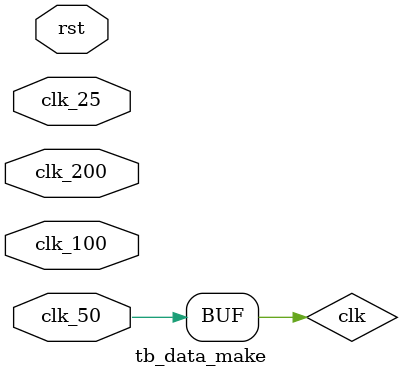
<source format=v>
module tb_data_make(
    input clk_25,
    input clk_50,
    input clk_100, 
    input clk_200,
    input rst
);

    wire clk;
    assign clk = clk_50;

    reg [7:0] state, next_state;
    localparam IDLE = 8'h00, WAIT = 8'h01, WORK = 8'h02, DONE = 8'h03;
    localparam FIFO = 8'h10, TRAN = 8'h11, COUNT = 8'h12;
    
    localparam NUM = 4'h4;

    localparam BAG_DLINK = 4'b1000, BAG_DTYPE = 4'b1001, BAG_DTEMP = 4'b1010;
    localparam BAG_DATA0 = 4'b1101, BAG_DATA1 = 4'b1110;

    wire fs_conv, fd_conv;
    wire fs_tran, fd_tran;

    wire [7:0] device_type;
    wire [15:0] device_temp;

    wire [7:0] fifo_adc_rxen;
    wire [63:0] fifo_adc_rxd;

    wire [11:0] ram_data_txa;
    wire [7:0] ram_data_txd;
    wire ram_data_txen;
    reg [11:0] ram_txa_init;
    
    reg [3:0] num;
    reg [3:0] btype;

    assign fs_conv = (state == FIFO);
    assign fs_tran = (state == WORK);


    always@(posedge clk or posedge rst) begin
        if(rst) state <= IDLE;
        else state <= next_state;
    end
    
    always@(*) begin
        case(state)
            IDLE: next_state <= WAIT;
            WAIT: next_state <= FIFO;
            FIFO: begin
                if(fd_conv) next_state <= TRAN;
                else next_state <= FIFO;
            end
            TRAN: next_state <= WORK;
            WORK: begin
                if(fd_tran) next_state <= COUNT;
                else next_state <= WORK;
            end
            COUNT: begin
                if(num >= NUM - 1'b1) next_state <= DONE;
                else next_state <= TRAN;
            end
            DONE: next_state <= WAIT;
            default: next_state <= IDLE;
        endcase
    end

    always@(posedge clk or posedge rst) begin
        if(rst) btype <= 4'h0;
        else if(state == IDLE) btype <= 4'h0;
        else if(state == WAIT) btype <= 4'h0;
        else if(state == TRAN && num == 4'h0) btype <= BAG_DLINK;
        else if(state == TRAN && num == 4'h1) btype <= BAG_DTYPE;
        else if(state == TRAN && num == 4'h2) btype <= BAG_DTEMP;
        else if(state == TRAN && num == 4'h3) btype <= BAG_DATA0;
        else btype <= btype;
    end

    always@(posedge clk or posedge rst) begin
        if(rst) num <= 4'h0;
        else if(state == IDLE) num <= 4'h0;
        else if(state == WAIT) num <= 4'h0;
        else if(state == COUNT) num <= num + 1'b1;
        else num <= num;
    end

    always@(posedge clk or posedge rst) begin
        if(rst) ram_txa_init <= 12'h000;
        else if(state == IDLE) ram_txa_init <= 12'h000;
        else if(state == WAIT) ram_txa_init <= 12'h000;
        else if(state == TRAN && num == 4'h0) ram_txa_init <= 12'hFCC;
        else if(state == TRAN && num == 4'h1) ram_txa_init <= 12'hFC0;
        else if(state == TRAN && num == 4'h2) ram_txa_init <= 12'hFC8;
        else if(state == TRAN && num == 4'h3) ram_txa_init <= 12'h000;
        else ram_txa_init <= ram_txa_init;
    end

    data_make
    data_make_dut(
        .clk(clk_100),
        .rst(rst),

        .fs(fs_tran),
        .fd(fd_tran),

        .btype(btype),
        .ram_data_init(ram_txa_init),

        .fifo_adc_rxen(fifo_adc_rxen),
        .fifo_adc_rxd(fifo_adc_rxd),

        .data_reg(32'h17000000),
        .data_stat(32'h73F4FFF0),

        .ram_data_txa(ram_data_txa),
        .ram_data_txd(ram_data_txd),
        .ram_data_txen(ram_data_txen)
    );

    adc_test
    adc_test_dut(
        .clk(clk_50),

        .fifo_txc(clk_100),
        .fifo_rxc(clk_100),

        .rst(rst),

        .fs_init(fs_init),
        .fd_init(fd_init),
        .fs_type(fs_type),
        .fd_type(fd_type),
        .fs_conf(fs_conf),
        .fd_conf(fd_conf),
        .fs_conv(fs_conv),
        .fd_conv(fd_conv),

        .device_type(device_type),
        .device_temp(device_temp),

        .fifo_rxen(fifo_adc_rxen),
        .fifo_rxd(fifo_adc_rxd)
    );



endmodule
</source>
